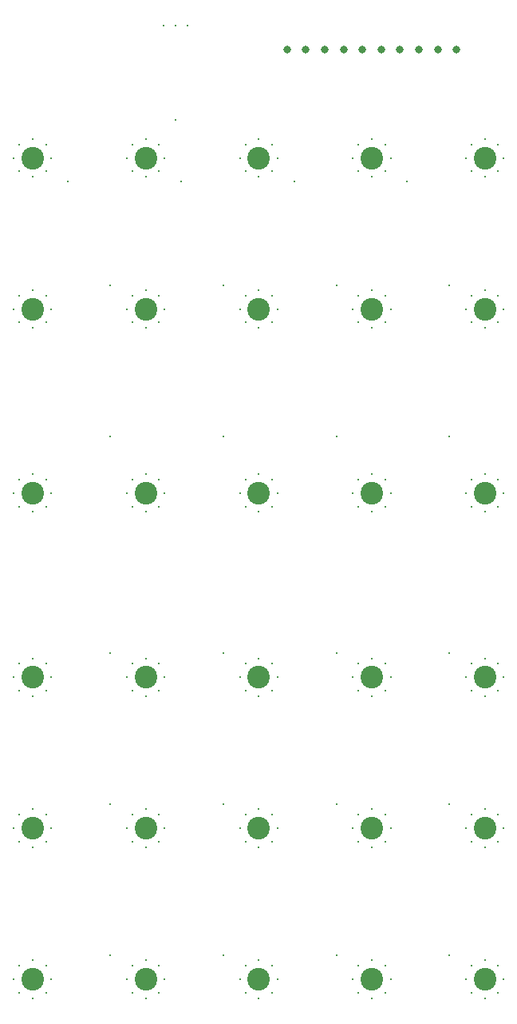
<source format=gbr>
%TF.GenerationSoftware,Altium Limited,Altium Designer,25.7.1 (20)*%
G04 Layer_Color=0*
%FSLAX45Y45*%
%MOMM*%
%TF.SameCoordinates,F992C923-051B-4CFE-8532-EDB8D3AF3AE8*%
%TF.FilePolarity,Positive*%
%TF.FileFunction,Plated,1,2,PTH,Drill*%
%TF.Part,Single*%
G01*
G75*
%TA.AperFunction,ComponentDrill*%
%ADD34C,0.80000*%
%TA.AperFunction,OtherDrill,Free Pad (142mm,106mm)*%
%ADD35C,2.40000*%
%TA.AperFunction,OtherDrill,Free Pad (154mm,106mm)*%
%ADD36C,2.40000*%
%TA.AperFunction,OtherDrill,Free Pad (154mm,122mm)*%
%ADD37C,2.40000*%
%TA.AperFunction,OtherDrill,Free Pad (142mm,122mm)*%
%ADD38C,2.40000*%
%TA.AperFunction,OtherDrill,Free Pad (130mm,122mm)*%
%ADD39C,2.40000*%
%TA.AperFunction,OtherDrill,Free Pad (106mm,106mm)*%
%ADD40C,2.40000*%
%TA.AperFunction,OtherDrill,Free Pad (118mm,106mm)*%
%ADD41C,2.40000*%
%TA.AperFunction,OtherDrill,Free Pad (130mm,106mm)*%
%ADD42C,2.40000*%
%TA.AperFunction,OtherDrill,Free Pad (118mm,122mm)*%
%ADD43C,2.40000*%
%TA.AperFunction,OtherDrill,Free Pad (106mm,122mm)*%
%ADD44C,2.40000*%
%TA.AperFunction,OtherDrill,Free Pad (106mm,138mm)*%
%ADD45C,2.40000*%
%TA.AperFunction,OtherDrill,Free Pad (118mm,138mm)*%
%ADD46C,2.40000*%
%TA.AperFunction,OtherDrill,Free Pad (130mm,138mm)*%
%ADD47C,2.40000*%
%TA.AperFunction,OtherDrill,Free Pad (142mm,138mm)*%
%ADD48C,2.40000*%
%TA.AperFunction,OtherDrill,Free Pad (154mm,138mm)*%
%ADD49C,2.40000*%
%TA.AperFunction,OtherDrill,Free Pad (154mm,157.5mm)*%
%ADD50C,2.40000*%
%TA.AperFunction,OtherDrill,Free Pad (142mm,157.5mm)*%
%ADD51C,2.40000*%
%TA.AperFunction,OtherDrill,Free Pad (130mm,157.5mm)*%
%ADD52C,2.40000*%
%TA.AperFunction,OtherDrill,Free Pad (118mm,157.5mm)*%
%ADD53C,2.40000*%
%TA.AperFunction,OtherDrill,Free Pad (106mm,157.5mm)*%
%ADD54C,2.40000*%
%TA.AperFunction,OtherDrill,Free Pad (106mm,177mm)*%
%ADD55C,2.40000*%
%TA.AperFunction,OtherDrill,Free Pad (118mm,177mm)*%
%ADD56C,2.40000*%
%TA.AperFunction,OtherDrill,Free Pad (130mm,177mm)*%
%ADD57C,2.40000*%
%TA.AperFunction,OtherDrill,Free Pad (142mm,177mm)*%
%ADD58C,2.40000*%
%TA.AperFunction,OtherDrill,Free Pad (154mm,177mm)*%
%ADD59C,2.40000*%
%TA.AperFunction,OtherDrill,Free Pad (154mm,193mm)*%
%ADD60C,2.40000*%
%TA.AperFunction,OtherDrill,Free Pad (142mm,193mm)*%
%ADD61C,2.40000*%
%TA.AperFunction,OtherDrill,Free Pad (130mm,193mm)*%
%ADD62C,2.40000*%
%TA.AperFunction,OtherDrill,Free Pad (118mm,193mm)*%
%ADD63C,2.40000*%
%TA.AperFunction,OtherDrill,Free Pad (106mm,193mm)*%
%ADD64C,2.40000*%
%TA.AperFunction,ViaDrill,NotFilled*%
%ADD65C,0.30000*%
D34*
X15100002Y20450000D02*
D03*
X14900002D02*
D03*
X14700002D02*
D03*
X14500002D02*
D03*
X14300002D02*
D03*
X14100002D02*
D03*
X13900002D02*
D03*
X13700002D02*
D03*
X13500000D02*
D03*
X13300000D02*
D03*
D35*
X14200000Y10600000D02*
D03*
D36*
X15400000D02*
D03*
D37*
Y12200000D02*
D03*
D38*
X14200000D02*
D03*
D39*
X13000000D02*
D03*
D40*
X10600000Y10600000D02*
D03*
D41*
X11800000D02*
D03*
D42*
X13000000D02*
D03*
D43*
X11800000Y12200000D02*
D03*
D44*
X10600000D02*
D03*
D45*
Y13800000D02*
D03*
D46*
X11800000D02*
D03*
D47*
X13000000D02*
D03*
D48*
X14200000D02*
D03*
D49*
X15400000D02*
D03*
D50*
Y15750000D02*
D03*
D51*
X14200000D02*
D03*
D52*
X13000000D02*
D03*
D53*
X11800000D02*
D03*
D54*
X10600000D02*
D03*
D55*
Y17700000D02*
D03*
D56*
X11800000D02*
D03*
D57*
X13000000D02*
D03*
D58*
X14200000D02*
D03*
D59*
X15400000D02*
D03*
D60*
Y19300000D02*
D03*
D61*
X14200000D02*
D03*
D62*
X13000000D02*
D03*
D63*
X11800000D02*
D03*
D64*
X10600000D02*
D03*
D65*
X10600000Y10800000D02*
D03*
X10741421Y10741421D02*
D03*
X10800000Y10600000D02*
D03*
X10741421Y10458579D02*
D03*
X10600000Y10400000D02*
D03*
X10458579Y10458579D02*
D03*
X10400000Y10600000D02*
D03*
X10458579Y10741421D02*
D03*
X11800000Y10800000D02*
D03*
X11941421Y10741421D02*
D03*
X12000000Y10600000D02*
D03*
X11941421Y10458579D02*
D03*
X11800000Y10400000D02*
D03*
X11658579Y10458579D02*
D03*
X11600000Y10600000D02*
D03*
X11658579Y10741421D02*
D03*
X13000000Y10800000D02*
D03*
X13141422Y10741421D02*
D03*
X13200000Y10600000D02*
D03*
X13141422Y10458579D02*
D03*
X13000000Y10400000D02*
D03*
X12858578Y10458579D02*
D03*
X12800000Y10600000D02*
D03*
X12858578Y10741421D02*
D03*
X14200000Y10800000D02*
D03*
X14341422Y10741421D02*
D03*
X14400000Y10600000D02*
D03*
X14341422Y10458579D02*
D03*
X14200000Y10400000D02*
D03*
X14058578Y10458579D02*
D03*
X14000000Y10600000D02*
D03*
X14058578Y10741421D02*
D03*
X15400000Y10800000D02*
D03*
X15541422Y10741421D02*
D03*
X15600000Y10600000D02*
D03*
X15541422Y10458579D02*
D03*
X15400000Y10400000D02*
D03*
X15258578Y10458579D02*
D03*
X15200000Y10600000D02*
D03*
X15258578Y10741421D02*
D03*
X15400000Y12400000D02*
D03*
X15541422Y12341421D02*
D03*
X15600000Y12200000D02*
D03*
X15541422Y12058579D02*
D03*
X15400000Y12000000D02*
D03*
X15258578Y12058579D02*
D03*
X15200000Y12200000D02*
D03*
X15258578Y12341421D02*
D03*
X14200000Y12400000D02*
D03*
X14341422Y12341421D02*
D03*
X14400000Y12200000D02*
D03*
X14341422Y12058579D02*
D03*
X14200000Y12000000D02*
D03*
X14058578Y12058579D02*
D03*
X14000000Y12200000D02*
D03*
X14058578Y12341421D02*
D03*
X13000000Y12400000D02*
D03*
X13141422Y12341421D02*
D03*
X13200000Y12200000D02*
D03*
X13141422Y12058579D02*
D03*
X13000000Y12000000D02*
D03*
X12858578Y12058579D02*
D03*
X12800000Y12200000D02*
D03*
X12858578Y12341421D02*
D03*
X11800000Y12400000D02*
D03*
X11941421Y12341421D02*
D03*
X12000000Y12200000D02*
D03*
X11941421Y12058579D02*
D03*
X11800000Y12000000D02*
D03*
X11658579Y12058579D02*
D03*
X11600000Y12200000D02*
D03*
X11658579Y12341421D02*
D03*
X10600000Y12400000D02*
D03*
X10741421Y12341421D02*
D03*
X10800000Y12200000D02*
D03*
X10741421Y12058579D02*
D03*
X10600000Y12000000D02*
D03*
X10458579Y12058579D02*
D03*
X10400000Y12200000D02*
D03*
X10458579Y12341421D02*
D03*
X10600000Y14000000D02*
D03*
X10741421Y13941422D02*
D03*
X10800000Y13800000D02*
D03*
X10741421Y13658578D02*
D03*
X10600000Y13600000D02*
D03*
X10458579Y13658578D02*
D03*
X10400000Y13800000D02*
D03*
X10458579Y13941422D02*
D03*
X11800000Y14000000D02*
D03*
X11941421Y13941422D02*
D03*
X12000000Y13800000D02*
D03*
X11941421Y13658578D02*
D03*
X11800000Y13600000D02*
D03*
X11658579Y13658578D02*
D03*
X11600000Y13800000D02*
D03*
X11658579Y13941422D02*
D03*
X13000000Y14000000D02*
D03*
X13141422Y13941422D02*
D03*
X13200000Y13800000D02*
D03*
X13141422Y13658578D02*
D03*
X13000000Y13600000D02*
D03*
X12858578Y13658578D02*
D03*
X12800000Y13800000D02*
D03*
X12858578Y13941422D02*
D03*
X14200000Y14000000D02*
D03*
X14341422Y13941422D02*
D03*
X14400000Y13800000D02*
D03*
X14341422Y13658578D02*
D03*
X14200000Y13600000D02*
D03*
X14058578Y13658578D02*
D03*
X14000000Y13800000D02*
D03*
X14058578Y13941422D02*
D03*
X15400000Y14000000D02*
D03*
X15541422Y13941422D02*
D03*
X15600000Y13800000D02*
D03*
X15541422Y13658578D02*
D03*
X15400000Y13600000D02*
D03*
X15258578Y13658578D02*
D03*
X15200000Y13800000D02*
D03*
X15258578Y13941422D02*
D03*
X13000000Y17900000D02*
D03*
X13141422Y17841422D02*
D03*
X13200000Y17700000D02*
D03*
X13141422Y17558578D02*
D03*
X13000000Y17500000D02*
D03*
X12858578Y17558578D02*
D03*
X12800000Y17700000D02*
D03*
X12858578Y17841422D02*
D03*
X14200000Y17900000D02*
D03*
X14341422Y17841422D02*
D03*
X14400000Y17700000D02*
D03*
X14341422Y17558578D02*
D03*
X14200000Y17500000D02*
D03*
X14058578Y17558578D02*
D03*
X14000000Y17700000D02*
D03*
X14058578Y17841422D02*
D03*
X15400000Y17900000D02*
D03*
X15541422Y17841422D02*
D03*
X15600000Y17700000D02*
D03*
X15541422Y17558578D02*
D03*
X15400000Y17500000D02*
D03*
X15258578Y17558578D02*
D03*
X15200000Y17700000D02*
D03*
X15258578Y17841422D02*
D03*
X15400000Y15950000D02*
D03*
X15541422Y15891422D02*
D03*
X15600000Y15750000D02*
D03*
X15541422Y15608578D02*
D03*
X15400000Y15550000D02*
D03*
X15258578Y15608578D02*
D03*
X15200000Y15750000D02*
D03*
X15258578Y15891422D02*
D03*
X14200000Y15950000D02*
D03*
X14341422Y15891422D02*
D03*
X14400000Y15750000D02*
D03*
X14341422Y15608578D02*
D03*
X14200000Y15550000D02*
D03*
X14058578Y15608578D02*
D03*
X14000000Y15750000D02*
D03*
X14058578Y15891422D02*
D03*
X13000000Y15950000D02*
D03*
X13141422Y15891422D02*
D03*
X13200000Y15750000D02*
D03*
X13141422Y15608578D02*
D03*
X13000000Y15550000D02*
D03*
X12858578Y15608578D02*
D03*
X12800000Y15750000D02*
D03*
X12858578Y15891422D02*
D03*
X11800000Y15950000D02*
D03*
X11941422Y15891422D02*
D03*
X12000000Y15750000D02*
D03*
X11941422Y15608578D02*
D03*
X11800000Y15550000D02*
D03*
X11658579Y15608578D02*
D03*
X11600000Y15750000D02*
D03*
X11658579Y15891422D02*
D03*
X10600000Y15950000D02*
D03*
X10741421Y15891422D02*
D03*
X10800000Y15750000D02*
D03*
X10741421Y15608578D02*
D03*
X10600000Y15550000D02*
D03*
X10458579Y15608578D02*
D03*
X10400000Y15750000D02*
D03*
X10458579Y15891422D02*
D03*
X11800000Y17900000D02*
D03*
X11941422Y17841422D02*
D03*
X12000000Y17700000D02*
D03*
X11941422Y17558578D02*
D03*
X11800000Y17500000D02*
D03*
X11658579Y17558578D02*
D03*
X11600000Y17700000D02*
D03*
X11658579Y17841422D02*
D03*
X10600000Y17900000D02*
D03*
X10741421Y17841422D02*
D03*
X10800000Y17700000D02*
D03*
X10741421Y17558578D02*
D03*
X10600000Y17500000D02*
D03*
X10458579Y17558578D02*
D03*
X10400000Y17700000D02*
D03*
X10458579Y17841422D02*
D03*
X10600000Y19500000D02*
D03*
X10741421Y19441422D02*
D03*
X10800000Y19300000D02*
D03*
X10741421Y19158578D02*
D03*
X10600000Y19100000D02*
D03*
X10458579Y19158578D02*
D03*
X10400000Y19300000D02*
D03*
X10458579Y19441422D02*
D03*
X11800000Y19500000D02*
D03*
X11941422Y19441422D02*
D03*
X12000000Y19300000D02*
D03*
X11941422Y19158578D02*
D03*
X11800000Y19100000D02*
D03*
X11658579Y19158578D02*
D03*
X11600000Y19300000D02*
D03*
X11658579Y19441422D02*
D03*
X13000000Y19500000D02*
D03*
X13141422Y19441422D02*
D03*
X13200000Y19300000D02*
D03*
X13141422Y19158578D02*
D03*
X13000000Y19100000D02*
D03*
X12858578Y19158578D02*
D03*
X12800000Y19300000D02*
D03*
X12858578Y19441422D02*
D03*
X14200000Y19500000D02*
D03*
X14341422Y19441422D02*
D03*
X14400000Y19300000D02*
D03*
X14341422Y19158578D02*
D03*
X14200000Y19100000D02*
D03*
X14058578Y19158578D02*
D03*
X14000000Y19300000D02*
D03*
X14058578Y19441422D02*
D03*
X15258578D02*
D03*
X15200000Y19300000D02*
D03*
X15258578Y19158578D02*
D03*
X15400000Y19100000D02*
D03*
X15541422Y19158578D02*
D03*
X15600000Y19300000D02*
D03*
X15541422Y19441422D02*
D03*
X15400000Y19500000D02*
D03*
X15025000Y10852500D02*
D03*
X13825000D02*
D03*
X12625000D02*
D03*
X11425000D02*
D03*
X15025000Y12452500D02*
D03*
X13825000D02*
D03*
X12625000D02*
D03*
X11425000D02*
D03*
X15025000Y14052499D02*
D03*
X13825000D02*
D03*
X12625000D02*
D03*
X11425000D02*
D03*
X15025000Y16352499D02*
D03*
X13825000D02*
D03*
X12625000D02*
D03*
X11425000D02*
D03*
Y17952499D02*
D03*
X12625000D02*
D03*
X13825000D02*
D03*
X15025000D02*
D03*
X14575000Y19047501D02*
D03*
X13375000D02*
D03*
X12175000D02*
D03*
X10975000D02*
D03*
X11990500Y20700002D02*
D03*
X12117500Y20700002D02*
D03*
X12244500D02*
D03*
X12117500Y19700000D02*
D03*
%TF.MD5,fe2b89287fbe84e636d53eab44299dfa*%
M02*

</source>
